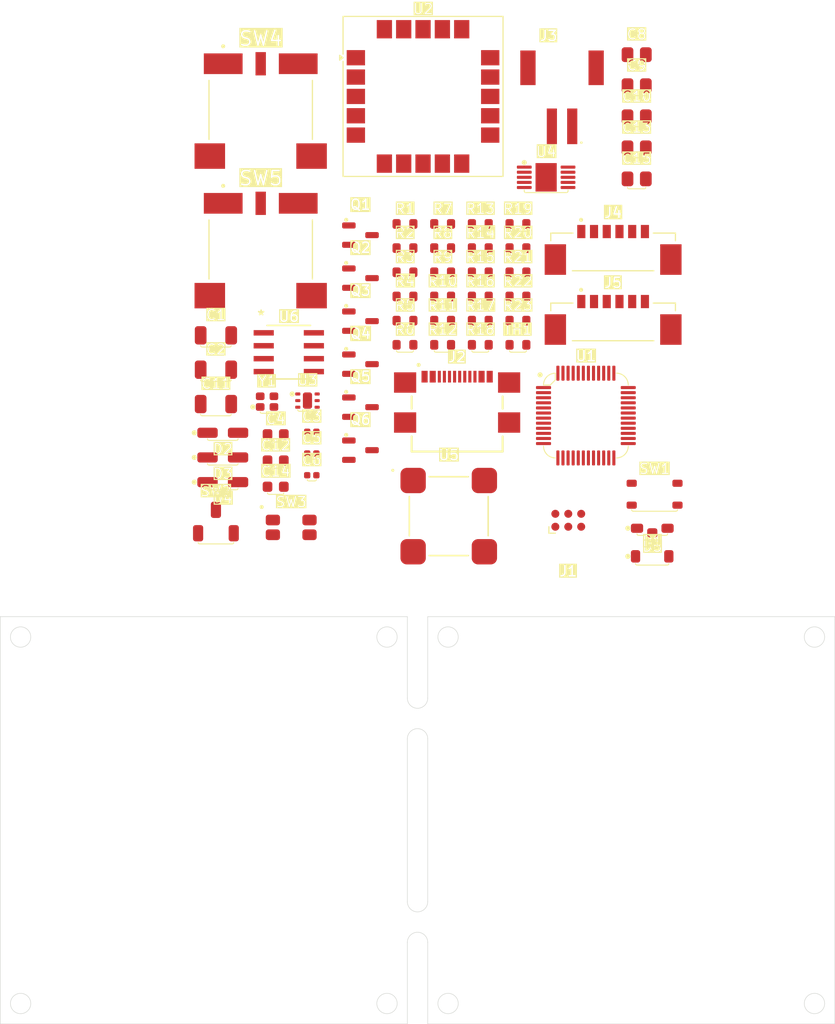
<source format=kicad_pcb>
(kicad_pcb (version 20240108) (generator "pcbnew") (generator_version "8.0")
  (layers (0 "F.Cu" signal) (1 "In1.Cu" signal) (2 "In2.Cu" signal) (31 "B.Cu" signal) (34 "B.Paste" user) (35 "F.Paste" user) (36 "B.SilkS" user "B.Silkscreen") (37 "F.SilkS" user "F.Silkscreen") (38 "B.Mask" user) (39 "F.Mask" user) (44 "Edge.Cuts" user))
  (net 0 "")
  (net 1 "BAT+")
  (net 2 "GND")
  (net 3 "/BUZZ-")
  (net 4 "+3V3")
  (net 5 "NRST")
  (net 6 "/OSC-IN")
  (net 7 "/OSC-OUT")
  (net 8 "/REG_I")
  (net 9 "BUTTON")
  (net 10 "VBUS")
  (net 11 "/CH-TIMER")
  (net 12 "MODE")
  (net 13 "/CHRG_RES")
  (net 14 "/CHRG_QO")
  (net 15 "/FAULT_QO")
  (net 16 "/FAULT_RES")
  (net 17 "/PG_QO")
  (net 18 "/PG_RES")
  (net 19 "/STATR_RES")
  (net 20 "/STATG_RES")
  (net 21 "/SWDCLK")
  (net 22 "/SWDIO")
  (net 31 "/BUZZ-QB")
  (net 32 "/STATG_QI")
  (net 33 "/STATG_QG")
  (net 34 "/STATR_QI")
  (net 35 "/STATR_QG")
  (net 36 "/PG_QG")
  (net 37 "/FAULT_QG")
  (net 38 "/CHRG_QG")
  (net 39 "/BOOT0_RES")
  (net 40 "/BOOT0")
  (net 41 "BUZZER")
  (net 42 "/ACT-H")
  (net 43 "/CH-PROG")
  (net 44 "/CH-TH-DIV")
  (net 45 "I2C-SCL")
  (net 46 "I2C-SDA")
  (net 47 "/MODE-H")
  (net 48 "STATG")
  (net 49 "STATR")
  (net 50 "PG")
  (net 51 "N-FAULT")
  (net 52 "N-CHRG")
  (net 64 "GNSS-RX")
  (net 67 "GNSS-TIMEPULSE")
  (net 68 "EEPROM-N-WC")
  (net 69 "GNSS-TX")
  (net 73 "GNSS-N-RESET")
  (net 105 "/GNSS-ST-RX")
  (net 106 "/GNSS-ST-TIMEPULSE")
  (net 107 "/GNSS-ST-TX")
  (net 108 "/GNSS-ST-N-RESET")
  (net 109 "GNSS-3V3")
  (net 112 "GNSS-GND")
  (footprint "MB-Generic:C1206_medium" (layer "F.Cu") (at 91.19 69.115)
    (property "Reference" "C11" (at 0 -2 0) (layer "F.SilkS" knockout) (effects (font (thickness 0.1))))
    (property "Value" "4.7uF")
    (pad "1" smd roundrect (at -1.5 0) (size 1.15 1.8) (layers "F.Cu" "F.Paste" "F.Mask") (net 10 "VBUS"))
    (pad "2" smd roundrect (at 1.5 0) (size 1.15 1.8) (layers "F.Cu" "F.Paste" "F.Mask") (net 2 "GND"))
  )
  (footprint "MB-Generic:R0603_medium" (layer "F.Cu") (at 117.165 51.42)
    (property "Reference" "R13" (at 0 -1.5 0) (layer "F.SilkS" knockout) (effects (font (thickness 0.1))))
    (property "Value" "10k")
    (pad "1" smd roundrect (at -0.825 0) (size 0.8 0.95) (layers "F.Cu" "F.Paste" "F.Mask") (net 47 "/MODE-H"))
    (pad "2" smd roundrect (at 0.825 0) (size 0.8 0.95) (layers "F.Cu" "F.Paste" "F.Mask") (net 12 "MODE"))
  )
  (footprint "MB-Crystal:CS06465-32M" (layer "F.Cu") (at 96.215 68.875)
    (property "Reference" "Y1" (at 0 -2 0) (layer "F.SilkS" knockout) (effects (font (thickness 0.1))))
    (property "Value" "CS06465-32M")
    (pad "1" smd roundrect (at -0.675 0.525) (size 0.85 0.75) (layers "F.Cu" "F.Paste" "F.Mask") (net 6 "/OSC-IN"))
    (pad "2" smd roundrect (at 0.675 0.525) (size 0.85 0.75) (layers "F.Cu" "F.Paste" "F.Mask") (net 2 "GND"))
    (pad "3" smd roundrect (at 0.675 -0.525) (size 0.85 0.75) (layers "F.Cu" "F.Paste" "F.Mask") (net 7 "/OSC-OUT"))
    (pad "4" smd roundrect (at -0.675 -0.525) (size 0.85 0.75) (layers "F.Cu" "F.Paste" "F.Mask") (net 2 "GND"))
  )
  (footprint "MB-Conn:GCT_USB4110GFA" (layer "F.Cu") (at 114.89 67.5)
    (property "Reference" "J2" (at 0 -3 0) (layer "F.SilkS" knockout))
    (property "Value" "USB4110GFA")
    (pad "" np_thru_hole circle (at -2.89 0) (size 0.65 0.65) (drill 0.65) (layers "*.Cu" "*.Mask"))
    (pad "" np_thru_hole circle (at 2.89 0) (size 0.65 0.65) (drill 0.65) (layers "*.Cu" "*.Mask"))
    (pad "A1/B12" smd rect (at -3.2 -1.075) (size 0.6 1.15) (layers "F.Cu" "F.Paste" "F.Mask") (net 2 "GND"))
    (pad "A4/B9" smd rect (at -2.4 -1.075) (size 0.6 1.15) (layers "F.Cu" "F.Paste" "F.Mask") (net 10 "VBUS"))
    (pad "A5" smd rect (at -1.25 -1.075) (size 0.3 1.15) (layers "F.Cu" "F.Paste" "F.Mask"))
    (pad "A6" smd rect (at -0.25 -1.075) (size 0.3 1.15) (layers "F.Cu" "F.Paste" "F.Mask"))
    (pad "A7" smd rect (at 0.25 -1.075) (size 0.3 1.15) (layers "F.Cu" "F.Paste" "F.Mask"))
    (pad "A8" smd rect (at 1.25 -1.075) (size 0.3 1.15) (layers "F.Cu" "F.Paste" "F.Mask"))
    (pad "B1/A12" smd rect (at 3.2 -1.075) (size 0.6 1.15) (layers "F.Cu" "F.Paste" "F.Mask") (net 2 "GND"))
    (pad "B4/A9" smd rect (at 2.4 -1.075) (size 0.6 1.15) (layers "F.Cu" "F.Paste" "F.Mask") (net 10 "VBUS"))
    (pad "B5" smd rect (at 1.75 -1.075) (size 0.3 1.15) (layers "F.Cu" "F.Paste" "F.Mask"))
    (pad "B6" smd rect (at 0.75 -1.075) (size 0.3 1.15) (layers "F.Cu" "F.Paste" "F.Mask"))
    (pad "B7" smd rect (at -0.75 -1.075) (size 0.3 1.15) (layers "F.Cu" "F.Paste" "F.Mask"))
    (pad "B8" smd rect (at -1.75 -1.075) (size 0.3 1.15) (layers "F.Cu" "F.Paste" "F.Mask"))
    (pad "S1" smd rect (at -5.11 -0.5) (size 2.18 2) (layers "F.Cu" "F.Paste" "F.Mask") (net 2 "GND"))
    (pad "S2" smd rect (at 5.11 -0.5) (size 2.18 2) (layers "F.Cu" "F.Paste" "F.Mask") (net 2 "GND"))
    (pad "S3" smd rect (at -5.11 3.43) (size 2.18 2) (layers "F.Cu" "F.Paste" "F.Mask") (net 2 "GND"))
    (pad "S4" smd rect (at 5.11 3.43) (size 2.18 2) (layers "F.Cu" "F.Paste" "F.Mask") (net 2 "GND"))
  )
  (footprint "MB-SOT:SOT-23-3" (layer "F.Cu") (at 105.39 65.195)
    (property "Reference" "Q4" (at 0 -3 0) (layer "F.SilkS" knockout))
    (property "Value" "DMP2004K-7")
    (pad "1" smd roundrect (at -1.1375 -0.95) (size 1.325 0.6) (layers "F.Cu" "F.Paste" "F.Mask") (net 4 "+3V3"))
    (pad "2" smd roundrect (at -1.1375 0.95) (size 1.325 0.6) (layers "F.Cu" "F.Paste" "F.Mask") (net 36 "/PG_QG"))
    (pad "3" smd roundrect (at 1.1375 0) (size 1.325 0.6) (layers "F.Cu" "F.Paste" "F.Mask") (net 17 "/PG_QO"))
  )
  (footprint "MB-SOT:SOT-23-3" (layer "F.Cu") (at 105.39 60.97)
    (property "Reference" "Q3" (at 0 -3 0) (layer "F.SilkS" knockout))
    (property "Value" "DMN3731U-7")
    (pad "1" smd roundrect (at -1.1375 -0.95) (size 1.325 0.6) (layers "F.Cu" "F.Paste" "F.Mask") (net 34 "/STATR_QI"))
    (pad "2" smd roundrect (at -1.1375 0.95) (size 1.325 0.6) (layers "F.Cu" "F.Paste" "F.Mask") (net 35 "/STATR_QG"))
    (pad "3" smd roundrect (at 1.1375 0) (size 1.325 0.6) (layers "F.Cu" "F.Paste" "F.Mask") (net 2 "GND"))
  )
  (footprint "MB-Generic:R0603_medium" (layer "F.Cu") (at 113.465 60.92)
    (property "Reference" "R11" (at 0 -1.5 0) (layer "F.SilkS" knockout) (effects (font (thickness 0.1))))
    (property "Value" "4.7k")
    (pad "1" smd roundrect (at -0.825 0) (size 0.8 0.95) (layers "F.Cu" "F.Paste" "F.Mask") (net 45 "I2C-SCL"))
    (pad "2" smd roundrect (at 0.825 0) (size 0.8 0.95) (layers "F.Cu" "F.Paste" "F.Mask") (net 4 "+3V3"))
  )
  (footprint "MB-Generic:R0603_medium" (layer "F.Cu") (at 120.865 60.92)
    (property "Reference" "R23" (at 0 -1.5 0) (layer "F.SilkS" knockout) (effects (font (thickness 0.1))))
    (property "Value" "1k")
    (pad "1" smd roundrect (at -0.825 0) (size 0.8 0.95) (layers "F.Cu" "F.Paste" "F.Mask") (net 52 "N-CHRG"))
    (pad "2" smd roundrect (at 0.825 0) (size 0.8 0.95) (layers "F.Cu" "F.Paste" "F.Mask") (net 38 "/CHRG_QG"))
  )
  (footprint "MB-Opto:Kingbright-APDA3020" (layer "F.Cu") (at 91.865 76.785)
    (property "Reference" "D4" (at 0 1.6 0) (layer "F.SilkS" knockout) (effects (font (thickness 0.1))))
    (property "Value" "LED")
    (pad "1" smd roundrect (at -1.5 0) (size 2 1) (layers "F.Cu" "F.Paste" "F.Mask") (net 18 "/PG_RES"))
    (pad "2" smd roundrect (at 1.5 0) (size 2 1) (layers "F.Cu" "F.Paste" "F.Mask") (net 17 "/PG_QO"))
  )
  (footprint "MB-Generic:R0603_medium" (layer "F.Cu") (at 113.465 58.545)
    (property "Reference" "R10" (at 0 -1.5 0) (layer "F.SilkS" knockout) (effects (font (thickness 0.1))))
    (property "Value" "10k")
    (pad "1" smd roundrect (at -0.825 0) (size 0.8 0.95) (layers "F.Cu" "F.Paste" "F.Mask") (net 36 "/PG_QG"))
    (pad "2" smd roundrect (at 0.825 0) (size 0.8 0.95) (layers "F.Cu" "F.Paste" "F.Mask") (net 4 "+3V3"))
  )
  (footprint "MB-Buzzer:ST-025BH_SOB" (layer "F.Cu") (at 114.0674 80.1248)
    (property "Reference" "U5" (at 0 -6 0) (layer "F.SilkS" knockout))
    (property "Value" "ST-025BH")
    (pad "1" smd roundrect (at -3.500001 -3.500001) (size 2.4892 2.4892) (layers "F.Cu" "F.Paste" "F.Mask") (net 4 "+3V3"))
    (pad "2" smd roundrect (at -3.500001 3.500001) (size 2.4892 2.4892) (layers "F.Cu" "F.Paste" "F.Mask") (net 3 "/BUZZ-"))
    (pad "3" smd roundrect (at 3.500001 3.500001) (size 2.4892 2.4892) (layers "F.Cu" "F.Paste" "F.Mask"))
    (pad "4" smd roundrect (at 3.500001 -3.500001) (size 2.4892 2.4892) (layers "F.Cu" "F.Paste" "F.Mask"))
  )
  (footprint "MB-Generic:C0805_medium" (layer "F.Cu") (at 132.53 34.795)
    (property "Reference" "C8" (at 0 -2 0) (layer "F.SilkS" knockout) (effects (font (thickness 0.1))))
    (property "Value" "1uF")
    (pad "1" smd roundrect (at -0.9 0) (size 1.15 1.45) (layers "F.Cu" "F.Paste" "F.Mask") (net 8 "/REG_I"))
    (pad "2" smd roundrect (at 0.9 0) (size 1.15 1.45) (layers "F.Cu" "F.Paste" "F.Mask") (net 2 "GND"))
  )
  (footprint "MB-Generic:C0603_medium" (layer "F.Cu") (at 97.06 72.085)
    (property "Reference" "C4" (at 0 -1.5 0) (layer "F.SilkS" knockout) (effects (font (thickness 0.1))))
    (property "Value" "0.1uF")
    (pad "1" smd roundrect (at -0.8 0) (size 0.95 1) (layers "F.Cu" "F.Paste" "F.Mask") (net 5 "NRST"))
    (pad "2" smd roundrect (at 0.8 0) (size 0.95 1) (layers "F.Cu" "F.Paste" "F.Mask") (net 2 "GND"))
  )
  (footprint "MB-Generic:R0603_medium" (layer "F.Cu") (at 113.465 63.295)
    (property "Reference" "R12" (at 0 -1.5 0) (layer "F.SilkS" knockout) (effects (font (thickness 0.1))))
    (property "Value" "4.7k")
    (pad "1" smd roundrect (at -0.825 0) (size 0.8 0.95) (layers "F.Cu" "F.Paste" "F.Mask") (net 46 "I2C-SDA"))
    (pad "2" smd roundrect (at 0.825 0) (size 0.8 0.95) (layers "F.Cu" "F.Paste" "F.Mask") (net 4 "+3V3"))
  )
  (footprint "MB-SOT:SOT-23-3" (layer "F.Cu") (at 105.39 56.745)
    (property "Reference" "Q2" (at 0 -3 0) (layer "F.SilkS" knockout))
    (property "Value" "DMN3731U-7")
    (pad "1" smd roundrect (at -1.1375 -0.95) (size 1.325 0.6) (layers "F.Cu" "F.Paste" "F.Mask") (net 32 "/STATG_QI"))
    (pad "2" smd roundrect (at -1.1375 0.95) (size 1.325 0.6) (layers "F.Cu" "F.Paste" "F.Mask") (net 33 "/STATG_QG"))
    (pad "3" smd roundrect (at 1.1375 0) (size 1.325 0.6) (layers "F.Cu" "F.Paste" "F.Mask") (net 2 "GND"))
  )
  (footprint "MB-Generic:R0603_medium" (layer "F.Cu") (at 117.165 63.295)
    (property "Reference" "R18" (at 0 -1.5 0) (layer "F.SilkS" knockout) (effects (font (thickness 0.1))))
    (property "Value" "1k")
    (pad "1" smd roundrect (at -0.825 0) (size 0.8 0.95) (layers "F.Cu" "F.Paste" "F.Mask") (net 49 "STATR"))
    (pad "2" smd roundrect (at 0.825 0) (size 0.8 0.95) (layers "F.Cu" "F.Paste" "F.Mask") (net 35 "/STATR_QG"))
  )
  (footprint "MB-Generic:R0603_medium" (layer "F.Cu") (at 109.765 63.295)
    (property "Reference" "R6" (at 0 -1.5 0) (layer "F.SilkS" knockout) (effects (font (thickness 0.1))))
    (property "Value" "4.12k")
    (pad "1" smd roundrect (at -0.825 0) (size 0.8 0.95) (layers "F.Cu" "F.Paste" "F.Mask") (net 44 "/CH-TH-DIV"))
    (pad "2" smd roundrect (at 0.825 0) (size 0.8 0.95) (layers "F.Cu" "F.Paste" "F.Mask") (net 10 "VBUS"))
  )
  (footprint "MB-Tab:mouse-bite-2mm-slot" (layer "F.Cu") (at 111 100 90)
    (property "Reference" "mouse-bite-2mm-slot" (hide yes))
    (property "Value" "VAL**" (hide yes))
    (pad "" np_thru_hole circle (at -0.75 -0.75 90) (size 0.5 0.5) (drill 0.5) (layers "*.Cu" "*.Mask"))
    (pad "" np_thru_hole circle (at -0.75 0.75 90) (size 0.5 0.5) (drill 0.5) (layers "*.Cu" "*.Mask"))
    (pad "" np_thru_hole circle (at 0 -0.75 90) (size 0.5 0.5) (drill 0.5) (layers "*.Cu" "*.Mask"))
    (pad "" np_thru_hole circle (at 0 0.75 90) (size 0.5 0.5) (drill 0.5) (layers "*.Cu" "*.Mask"))
    (pad "" np_thru_hole circle (at 0.75 -0.75 90) (size 0.5 0.5) (drill 0.5) (layers "*.Cu" "*.Mask"))
    (pad "" np_thru_hole circle (at 0.75 0.75 90) (size 0.5 0.5) (drill 0.5) (layers "*.Cu" "*.Mask"))
  )
  (footprint "MB-Conn:JST_S2B-PH-SM4-TB" (layer "F.Cu") (at 125.1985 41.8335)
    (property "Reference" "J3" (at -1.32682 -8.89729 0) (layer "F.SilkS" knockout) (effects (font (size 1.001386 1.001386))))
    (property "Value" "S2B-PH-SM4-TB")
    (pad "1" smd rect (at 1 0) (size 1 3.5) (layers "F.Cu" "F.Paste" "F.Mask") (net 2 "GND"))
    (pad "2" smd rect (at -1 0) (size 1 3.5) (layers "F.Cu" "F.Paste" "F.Mask") (net 1 "BAT+"))
    (pad "3" smd rect (at -3.35 -5.75) (size 1.5 3.4) (layers "F.Cu" "F.Paste" "F.Mask"))
    (pad "4" smd rect (at 3.35 -5.75) (size 1.5 3.4) (layers "F.Cu" "F.Paste" "F.Mask"))
  )
  (footprint "MB-Generic:C0402_medium" (layer "F.Cu") (at 100.61 71.835)
    (property "Reference" "C3" (at 0 -1.5 0) (layer "F.SilkS" knockout) (effects (font (thickness 0.1))))
    (property "Value" "10nF")
    (pad "1" smd roundrect (at -0.45 0) (size 0.62 0.62) (layers "F.Cu" "F.Paste" "F.Mask") (net 4 "+3V3"))
    (pad "2" smd roundrect (at 0.45 0) (size 0.62 0.62) (layers "F.Cu" "F.Paste" "F.Mask") (net 2 "GND"))
  )
  (footprint "MB-SW:SW_500ASSP1SM6QE" (layer "F.Cu") (at 95.59 40.22)
    (property "Reference" "SW4" (at 0 -7 0) (layer "F.SilkS" knockout) (effects (font (size 1.4 1.4))))
    (property "Value" "~")
    (pad "1" smd rect (at -3.685 -4.535) (size 3.81 2.03) (layers "F.Cu" "F.Paste" "F.Mask") (net 1 "BAT+"))
    (pad "2" smd rect (at 0 -4.535) (size 1.02 2.29) (layers "F.Cu" "F.Paste" "F.Mask") (net 8 "/REG_I"))
    (pad "3" smd rect (at 3.685 -4.535) (size 3.81 2.03) (layers "F.Cu" "F.Paste" "F.Mask"))
    (pad "4" smd rect (at -5 4.535) (size 3 2.5) (layers "F.Cu" "F.Paste" "F.Mask"))
    (pad "5" smd rect (at 5 4.535) (size 3 2.5) (layers "F.Cu" "F.Paste" "F.Mask"))
  )
  (footprint "MB-Conn:MOLEX_0533980671" (layer "F.Cu") (at 130.215 52.82)
    (property "Reference" "J4" (at 0 -2.5 0) (layer "F.SilkS" knockout))
    (property "Value" "0533980671")
    (pad "1" smd rect (at -3.125 -0.65) (size 0.8 1.3) (layers "F.Cu" "F.Paste" "F.Mask") (net 106 "/GNSS-ST-TIMEPULSE"))
    (pad "2" smd rect (at -1.875 -0.65) (size 0.8 1.3) (layers "F.Cu" "F.Paste" "F.Mask") (net 107 "/GNSS-ST-TX"))
    (pad "3" smd rect (at -0.625 -0.65) (size 0.8 1.3) (layers "F.Cu" "F.Paste" "F.Mask") (net 105 "/GNSS-ST-RX"))
    (pad "4" smd rect (at 0.625 -0.65) (size 0.8 1.3) (layers "F.Cu" "F.Paste" "F.Mask") (net 108 "/GNSS-ST-N-RESET"))
    (pad "5" smd rect (at 1.875 -0.65) (size 0.8 1.3) (layers "F.Cu" "F.Paste" "F.Mask") (net 4 "+3V3"))
    (pad "6" smd rect (at 3.125 -0.65) (size 0.8 1.3) (layers "F.Cu" "F.Paste" "F.Mask") (net 2 "GND"))
    (pad "S1" smd rect (at -5.675 2.1) (size 2.1 3) (layers "F.Cu" "F.Paste" "F.Mask"))
    (pad "S2" smd rect (at 5.675 2.1) (size 2.1 3) (layers "F.Cu" "F.Paste" "F.Mask"))
  )
  (footprint "MB-SOD:SOD-123-2" (layer "F.Cu") (at 134.055 84.075)
    (property "Reference" "D1" (at 0 -1.5 0) (layer "F.SilkS" knockout) (effects (font (thickness 0.1))))
    (property "Value" "D")
    (pad "1" smd roundrect (at -1.635 0) (size 0.91 1.22) (layers "F.Cu" "F.Paste" "F.Mask") (net 4 "+3V3"))
    (pad "2" smd roundrect (at 1.635 0) (size 0.91 1.22) (layers "F.Cu" "F.Paste" "F.Mask") (net 3 "/BUZZ-"))
  )
  (footprint "MB-Generic:R0603_medium" (layer "F.Cu") (at 117.165 58.545)
    (property "Reference" "R16" (at 0 -1.5 0) (layer "F.SilkS" knockout) (effects (font (thickness 0.1))))
    (property "Value" "47")
    (pad "1" smd roundrect (at -0.825 0) (size 0.8 0.95) (layers "F.Cu" "F.Paste" "F.Mask") (net 32 "/STATG_QI"))
    (pad "2" smd roundrect (at 0.825 0) (size 0.8 0.95) (layers "F.Cu" "F.Paste" "F.Mask") (net 20 "/STATG_RES"))
  )
  (footprint "MB-Generic:C0805_medium" (layer "F.Cu") (at 132.53 37.845)
    (property "Reference" "C9" (at 0 -2 0) (layer "F.SilkS" knockout) (effects (font (thickness 0.1))))
    (property "Value" "1uF")
    (pad "1" smd roundrect (at -0.9 0) (size 1.15 1.45) (layers "F.Cu" "F.Paste" "F.Mask") (net 4 "+3V3"))
    (pad "2" smd roundrect (at 0.9 0) (size 1.15 1.45) (layers "F.Cu" "F.Paste" "F.Mask") (net 2 "GND"))
  )
  (footprint "MB-Generic:C0805_medium" (layer "F.Cu") (at 132.53 43.945)
    (property "Reference" "C13" (at 0 -2 0) (layer "F.SilkS" knockout) (effects (font (thickness 0.1))))
    (property "Value" "1uF")
    (pad "1" smd roundrect (at -0.9 0) (size 1.15 1.45) (layers "F.Cu" "F.Paste" "F.Mask") (net 1 "BAT+"))
    (pad "2" smd roundrect (at 0.9 0) (size 1.15 1.45) (layers "F.Cu" "F.Paste" "F.Mask") (net 2 "GND"))
  )
  (footprint "MB-Opto:Kingbright-APDA3020" (layer "F.Cu") (at 91.865 74.36)
    (property "Reference" "D3" (at 0 1.6 0) (layer "F.SilkS" knockout) (effects (font (thickness 0.1))))
    (property "Value" "LED")
    (pad "1" smd roundrect (at -1.5 0) (size 2 1) (layers "F.Cu" "F.Paste" "F.Mask") (net 16 "/FAULT_RES"))
    (pad "2" smd roundrect (at 1.5 0) (size 2 1) (layers "F.Cu" "F.Paste" "F.Mask") (net 15 "/FAULT_QO"))
  )
  (footprint "MB-Generic:C0603_medium" (layer "F.Cu") (at 97.06 77.235)
    (property "Reference" "C14" (at 0 -1.5 0) (layer "F.SilkS" knockout) (effects (font (thickness 0.1))))
    (property "Value" "0.1uF")
    (pad "1" smd roundrect (at -0.8 0) (size 0.95 1) (layers "F.Cu" "F.Paste" "F.Mask") (net 4 "+3V3"))
    (pad "2" smd roundrect (at 0.8 0) (size 0.95 1) (layers "F.Cu" "F.Paste" "F.Mask") (net 2 "GND"))
  )
  (footprint "MB-Generic:R0603_medium" (layer "F.Cu") (at 109.765 51.42)
    (property "Reference" "R1" (at 0 -1.5 0) (layer "F.SilkS" knockout) (effects (font (thickness 0.1))))
    (property "Value" "10k")
    (pad "1" smd roundrect (at -0.825 0) (size 0.8 0.95) (layers "F.Cu" "F.Paste" "F.Mask") (net 39 "/BOOT0_RES"))
    (pad "2" smd roundrect (at 0.825 0) (size 0.8 0.95) (layers "F.Cu" "F.Paste" "F.Mask") (net 40 "/BOOT0"))
  )
  (footprint "MB-Generic:R0603_medium" (layer "F.Cu") (at 117.165 56.17)
    (property "Reference" "R15" (at 0 -1.5 0) (layer "F.SilkS" knockout) (effects (font (thickness 0.1))))
    (property "Value" "47")
    (pad "1" smd roundrect (at -0.825 0) (size 0.8 0.95) (layers "F.Cu" "F.Paste" "F.Mask") (net 19 "/STATR_RES"))
    (pad "2" smd roundrect (at 0.825 0) (size 0.8 0.95) (layers "F.Cu" "F.Paste" "F.Mask") (net 34 "/STATR_QI"))
  )
  (footprint "MB-Generic:R0603_medium" (layer "F.Cu") (at 113.465 51.42)
    (property "Reference" "R7" (at 0 -1.5 0) (layer "F.SilkS" knockout) (effects (font (thickness 0.1))))
    (property "Value" "127")
    (pad "1" smd roundrect (at -0.825 0) (size 0.8 0.95) (layers "F.Cu" "F.Paste" "F.Mask") (net 2 "GND"))
    (pad "2" smd roundrect (at 0.825 0) (size 0.8 0.95) (layers "F.Cu" "F.Paste" "F.Mask") (net 13 "/CHRG_RES"))
  )
  (footprint "MB-SW:TL1016AAF160QG" (layer "F.Cu") (at 98.585 81.23)
    (property "Reference" "SW3" (at 0 -2.5 0) (layer "F.SilkS" knockout) (effects (font (thickness 0.1))))
    (property "Value" "~")
    (pad "1" smd roundrect (at -1.8 -0.725) (size 1.4 1.05) (layers "F.Cu" "F.Paste" "F.Mask") (net 42 "/ACT-H"))
    (pad "2" smd roundrect (at 1.8 -0.725) (size 1.4 1.05) (layers "F.Cu" "F.Paste" "F.Mask"))
    (pad "3" smd roundrect (at -1.8 0.725) (size 1.4 1.05) (layers "F.Cu" "F.Paste" "F.Mask") (net 2 "GND"))
    (pad "4" smd roundrect (at 1.8 0.725) (size 1.4 1.05) (layers "F.Cu" "F.Paste" "F.Mask"))
  )
  (footprint "MB-SW:PTS815SJM250SMTRLFS" (layer "F.Cu") (at 134.29 77.97)
    (property "Reference" "SW1" (at 0 -2.5 0) (layer "F.SilkS" knockout) (effects (font (thickness 0.1))))
    (property "Value" "~")
    (pad "1" smd roundrect (at -2.25 -1.075) (size 1 0.7) (layers "F.Cu" "F.Paste" "F.Mask"))
    (pad "2" smd roundrect (at 2.25 -1.075) (size 1 0.7) (layers "F.Cu" "F.Paste" "F.Mask") (net 2 "GND"))
    (pad "3" smd roundrect (at -2.25 1.075) (size 1 0.7) (layers "F.Cu" "F.Paste" "F.Mask"))
    (pad "4" smd roundrect (at 2.25 1.075) (size 1 0.7) (layers "F.Cu" "F.Paste" "F.Mask") (net 5 "NRST"))
  )
  (footprint "MB-DFN:6-WDFN" (layer "F.Cu") (at 100.185 68.775)
    (property "Reference" "U3" (at 0 -2 0) (layer "F.SilkS" knockout) (effects (font (thickness 0.1))))
    (property "Value" "TPS745")
    (pad "1" smd roundrect (at -0.95 -0.65) (size 0.5 0.3) (layers "F.Cu" "F.Paste" "F.Mask") (net 4 "+3V3"))
    (pad "2" smd roundrect (at -0.95 0) (size 0.5 0.3) (layers "F.Cu" "F.Paste" "F.Mask"))
    (pad "3" smd roundrect (at -0.95 0.65) (size 0.5 0.3) (layers "F.Cu" "F.Paste" "F.Mask") (net 2 "GND"))
    (pad "4" smd roundrect (at 0.95 0.65) (size 0.5 0.3) (layers "F.Cu" "F.Paste" "F.Mask") (net 8 "/REG_I"))
    (pad "5" smd roundrect (at 0.95 0) (size 0.5 0.3) (layers "F.Cu" "F.Paste" "F.Mask") (net 50 "PG"))
    (pad "6" smd roundrect (at 0.95 -0.65) (size 0.5 0.3) (layers "F.Cu" "F.Paste" "F.Mask") (net 8 "/REG_I"))
    (pad "7" smd roundrect (at 0 0) (size 0.9 1.6) (layers "F.Cu" "F.Paste" "F.Mask") (net 2 "GND"))
  )
  (footprint "MB-Generic:R0603_medium" (layer "F.Cu") (at 120.865 56.17)
    (property "Reference" "R21" (at 0 -1.5 0) (layer "F.SilkS" knockout) (effects (font (thickness 0.1))))
    (property "Value" "10k")
    (pad "1" smd roundrect (at -0.825 0) (size 0.8 0.95) (layers "F.Cu" "F.Paste" "F.Mask") (net 38 "/CHRG_QG"))
    (pad "2" smd roundrect (at 0.825 0) (size 0.8 0.95) (layers "F.Cu" "F.Paste" "F.Mask") (net 10 "VBUS"))
  )
  (footprint "MB-Generic:R0603_medium" (layer "F.Cu") (at 120.865 63.295)
    (property "Reference" "TH1" (at 0 -1.5 0) (layer "F.SilkS" knockout) (effects (font (thickness 0.1))))
    (property "Value" "10K")
    (pad "1" smd roundrect (at -0.825 0) (size 0.8 0.95) (layers "F.Cu" "F.Paste" "F.Mask") (net 44 "/CH-TH-DIV"))
    (pad "2" smd roundrect (at 0.825 0) (size 0.8 0.95) (layers "F.Cu" "F.Paste" "F.Mask") (net 2 "GND"))
  )
  (footprint "MB-Generic:C1206_medium" (layer "F.Cu") (at 91.19 62.365)
    (property "Reference" "C1" (at 0 -2 0) (layer "F.SilkS" knockout) (effects (font (thickness 0.1))))
    (property "Value" "4.7uF")
    (pad "1" smd roundrect (at -1.5 0) (size 1.15 1.8) (layers "F.Cu" "F.Paste" "F.Mask") (net 4 "+3V3"))
    (pad "2" smd roundrect (at 1.5 0) (size 1.15 1.8) (layers "F.Cu" "F.Paste" "F.Mask") (net 2 "GND"))
  )
  (footprint "MB-Generic:C0402_medium" (layer "F.Cu") (at 100.61 76.105)
    (property "Reference" "C6" (at 0 -1.5 0) (layer "F.SilkS" knockout) (effects (font (thickness 0.1))))
    (property "Value" "10pF")
    (pad "1" smd roundrect (at -0.45 0) (size 0.62 0.62) (layers "F.Cu" "F.Paste" "F.Mask") (net 7 "/OSC-OUT"))
    (pad "2" smd roundrect (at 0.45 0) (size 0.62 0.62) (layers "F.Cu" "F.Paste" "F.Mask") (net 2 "GND"))
  )
  (footprint "MB-Generic:C1206_medium" (layer "F.Cu") (at 91.19 65.74)
    (property "Reference" "C2" (at 0 -2 0) (layer "F.SilkS" knockout) (effects (font (thickness 0.1))))
    (property "Value" "4.7uF")
    (pad "1" smd roundrect (at -1.5 0) (size 1.15 1.8) (layers "F.Cu" "F.Paste" "F.Mask") (net 4 "+3V3"))
    (pad "2" smd roundrect (at 1.5 0) (size 1.15 1.8) (layers "F.Cu" "F.Paste" "F.Mask") (net 2 "GND"))
  )
  (footprint "MB-Generic:R0603_medium" (layer "F.Cu") (at 109.765 56.17)
    (property "Reference" "R3" (at 0 -1.5 0) (layer "F.SilkS" knockout) (effects (font (thickness 0.1))))
    (property "Value" "1k")
    (pad "1" smd roundrect (at -0.825 0) (size 0.8 0.95) (layers "F.Cu" "F.Paste" "F.Mask") (net 42 "/ACT-H"))
    (pad "2" smd roundrect (at 0.825 0) (size 0.8 0.95) (layers "F.Cu" "F.Paste" "F.Mask") (net 4 "+3V3"))
  )
  (footprint "MB-MSOP:10-MSOP-TE" (layer "F.Cu") (at 123.635 46.84)
    (property "Reference" "U4" (at 0 -2.5 0) (layer "F.SilkS" knockout) (effects (font (thickness 0.1))))
    (property "Value" "LTC1733")
    (pad "1" smd roundrect (at -2.15 -1) (size 1.45 0.3) (layers "F.Cu" "F.Paste" "F.Mask") (net 52 "N-CHRG"))
    (pad "2" smd roundrect (at -2.15 -0.5) (size 1.45 0.3) (layers "F.Cu" "F.Paste" "F.Mask") (net 10 "VBUS"))
    (pad "3" smd roundrect (at -2.15 0) (size 1.45 0.3) (layers "F.Cu" "F.Paste" "F.Mask") (net 51 "N-FAULT"))
    (pad "4" smd roundrect (at -2.15 0.5) (size 1.45 0.3) (layers "F.Cu" "F.Paste" "F.Mask") (net 11 "/CH-TIMER"))
    (pad "5" smd roundrect (at -2.15 1) (size 1.45 0.3) (layers "F.Cu" "F.Paste" "F.Mask") (net 2 "GND"))
    (pad "6" smd roundrect (at 2.15 1) (size 1.45 0.3) (layers "F.Cu" "F.Paste" "F.Mask") (net 44 "/CH-TH-DIV"))
    (pad "7" smd roundrect (at 2.15 0.5) (size 1.45 0.3) (layers "F.Cu" "F.Paste" "F.Mask") (net 43 "/CH-PROG"))
    (pad "8" smd roundrect (at 2.15 0) (size 1.45 0.3) (layers "F.Cu" "F.Paste" "F.Mask") (net 10 "VBUS"))
    (pad "9" smd roundrect (at 2.15 -0.5) (size 1.45 0.3) (layers "F.Cu" "F.Paste" "F.Mask") (net 1 "BAT+"))
    (pad "10" smd roundrect (at 2.15 -1) (size 1.45 0.3) (layers "F.Cu" "F.Paste" "F.Mask"))
    (pad "11" smd rect (at 0 0) (size 2.083 2.794) (property pad_prop_heatsink) (layers "F.Cu") (net 2 "GND"))
  )
  (footprint "MB-SOT:SOT-23-3" (layer "F.Cu") (at 105.39 52.52)
    (property "Reference" "Q1" (at 0 -3 0) (layer "F.SilkS" knockout))
    (property "Value" "3904")
    (pad "1" smd roundrect (at -1.1375 -0.95) (size 1.325 0.6) (layers "F.Cu" "F.Paste" "F.Mask") (net 31 "/BUZZ-QB"))
    (pad "2" smd roundrect (at -1.1375 0.95) (size 1.325 0.6) (layers "F.Cu" "F.Paste" "F.Mask") (net 2 "GND"))
    (pad "3" smd roundrect (at 1.1375 0) (size 1.325 0.6) (layers "F.Cu" "F.Paste" "F.Mask") (net 3 "/BUZZ-"))
  )
  (footprint "MB-Generic:C0402_medium" (layer "F.Cu") (at 100.61 73.97)
    (property "Reference" "C5" (at 0 -1.5 0) (layer "F.SilkS" knockout) (effects (font (thickness 0.1))))
    (property "Value" "10pF")
    (pad "1" smd roundrect (at -0.45 0) (size 0.62 0.62) (layers "F.Cu" "F.Paste" "F.Mask") (net 6 "/OSC-IN"))
    (pad "2" smd roundrect (at 0.45 0) (size 0.62 0.62) (layers "F.Cu" "F.Paste" "F.Mask") (net 2 "GND"))
  )
  (footprint "MB-SOT:SOT-23-3" (layer "F.Cu") (at 105.39 73.645)
    (property "Reference" "Q6" (at 0 -3 0) (layer "F.SilkS" knockout))
    (property "Value" "DMP2004K-7")
    (pad "1" smd roundrect (at -1.1375 -0.95) (size 1.325 0.6) (layers "F.Cu" "F.Paste" "F.Mask") (net 10 "VBUS"))
    (pad "2" smd roundrect (at -1.1375 0.95) (size 1.325 0.6) (layers "F.Cu" "F.Paste" "F.Mask") (net 38 "/CHRG_QG"))
    (pad "3" smd roundrect (at 1.1375 0) (size 1.325 0.6) (layers "F.Cu" "F.Paste" "F.Mask") (net 14 "/CHRG_QO"))
  )
  (footprint "MB-SOT:SOT-23-3" (layer "F.Cu") (at 105.39 69.42)
    (property "Reference" "Q5" (at 0 -3 0) (layer "F.SilkS" knockout))
    (property "Value" "DMP2004K-7")
    (pad "1" smd roundrect (at -1.1375 -0.95) (size 1.325 0.6) (layers "F.Cu" "F.Paste" "F.Mask") (net 10 "VBUS"))
    (pad "2" smd roundrect (at -1.1375 0.95) (size 1.325 0.6) (layers "F.Cu" "F.Paste" "F.Mask") (net 37 "/FAULT_QG"))
    (pad "3" smd roundrect (at 1.1375 0) (size 1.325 0.6) (layers "F.Cu" "F.Paste" "F.Mask") (net 15 "/FAULT_QO"))
  )
  (footprint "MB-Generic:R0603_medium" (layer "F.Cu") (at 109.765 60.92)
    (property "Reference" "R5" (at 0 -1.5 0) (layer "F.SilkS" knockout) (effects (font (thickness 0.1))))
    (property "Value" "1.5k")
    (pad "1" smd roundrect (at -0.825 0) (size 0.8 0.95) (layers "F.Cu" "F.Paste" "F.Mask") (net 2 "GND"))
    (pad "2" smd roundrect (at 0.825 0) (size 0.8 0.95) (layers "F.Cu" "F.Paste" "F.Mask") (net 43 "/CH-PROG"))
  )
  (footprint "MB-Conn:Tag-Connect_TC2030-IDC-FP_2x03_P1.27mm_Vertical" (layer "F.Cu") (at 125.81 80.53)
    (property "Reference" "J1" (at 0 5 0) (layer "F.SilkS" knockout))
    (property "Value" "Conn_ARM_SWD_TagConnect_TC2030")
    (pad "" np_thru_hole circle (at -2.54 -2.54) (size 2.3749 2.3749) (drill 2.3749) (layers "*.Cu" "*.Mask"))
    (pad "" np_thru_hole circle (at -2.54 0) (size 0.9906 0.9906) (drill 0.9906) (layers "*.Cu" "*.Mask"))
    (pad "" np_thru_hole circle (at -2.54 2.54) (size 2.3749 2.3749) (drill 2.3749) (layers "*.Cu" "*.Mask"))
    (pad "" np_thru_hole circle (at 0.635 -2.54) (size 2.3749 2.3749) (drill 2.3749) (layers "*.Cu" "*.Mask"))
    (pad "" np_thru_hole circle (at 0.635 2.54) (size 2.3749 2.3749) (drill 2.3749) (layers "*.Cu" "*.Mask"))
    (pad "" np_thru_hole circle (at 2.54 -1.016) (size 0.9906 0.9906) (drill 0.9906) (layers "*.Cu" "*.Mask"))
    (pad "" np_thru_hole circle (at 2.54 1.016) (size 0.9906 0.9906) (drill 0.9906) (layers "*.Cu" "*.Mask"))
    (pad "1" connect circle (at -1.27 0.635) (size 0.7874 0.7874) (layers "F.Cu" "F.Mask") (net 4 "+3V3"))
    (pad "2" connect circle (at -1.27 -0.635) (size 0.7874 0.7874) (layers "F.Cu" "F.Mask") (net 22 "/SWDIO"))
    (pad "3" connect circle (at 0 0.635) (size 0.7874 0.7874) (layers "F.Cu" "F.Mask") (net 5 "NRST"))
    (pad "4" connect circle (at 0 -0.635) (size 0.7874 0.7874) (layers "F.Cu" "F.Mask") (net 21 "/SWDCLK"))
    (pad "5" connect circle (at 1.27 0.635) (size 0.7874 0.7874) (layers "F.Cu" "F.Mask") (net 2 "GND"))
    (pad "6" connect circle (at 1.27 -0.635) (size 0.7874 0.7874) (layers "F.Cu" "F.Mask"))
  )
  (footprint "MB-SOIC:SO-8_STM" (layer "F.Cu") (at 98.3496 64.0221)
    (property "Reference" "U6" (at 0 -3.5 0) (layer "F.SilkS" knockout))
    (property "Value" "M24C02-WMN6TP")
    (fp_text user "*" (at -2.7178 -3.5814 0) (layer "F.SilkS"))
    (fp_text user "*" (at -2.7178 -3.5814 0) (layer "F.SilkS"))
    (pad "1" smd rect (at -2.4638 -1.905) (size 1.9812 0.5334) (layers "F.Cu" "F.Paste" "F.Mask") (net 2 "GND"))
    (pad "2" smd rect (at -2.4638 -0.635) (size 1.9812 0.5334) (layers "F.Cu" "F.Paste" "F.Mask") (net 2 "GND"))
    (pad "3" smd rect (at -2.4638 0.635) (size 1.9812 0.5334) (layers "F.Cu" "F.Paste" "F.Mask") (net 2 "GND"))
    (pad "4" smd rect (at -2.4638 1.905) (size 1.9812 0.5334) (layers "F.Cu" "F.Paste" "F.Mask") (net 2 "GND"))
    (pad "5" smd rect (at 2.4638 1.905) (size 1.9812 0.5334) (layers "F.Cu" "F.Paste" "F.Mask") (net 46 "I2C-SDA"))
    (pad "6" smd rect (at 2.4638 0.635) (size 1.9812 0.5334) (layers "F.Cu" "F.Paste" "F.Mask") (net 45 "I2C-SCL"))
    (pad "7" smd rect (at 2.4638 -0.635) (size 1.9812 0.5334) (layers "F.Cu" "F.Paste" "F.Mask") (net 68 "EEPROM-N-WC"))
    (pad "8" smd rect (at 2.4638 -1.905) (size 1.9812 0.5334) (layers "F.Cu" "F.Paste" "F.Mask") (net 4 "+3V3"))
  )
  (footprint "MB-Generic:R0603_medium" (layer "F.Cu") (at 113.465 56.17)
    (property "Reference" "R9" (at 0 -1.5 0) (layer "F.SilkS" knockout) (effects (font (thickness 0.1))))
    (property "Value" "51")
    (pad "1" smd roundrect (at -0.825 0) (size 0.8 0.95) (layers "F.Cu" "F.Paste" "F.Mask") (net 2 "GND"))
    (pad "2" smd roundrect (at 0.825 0) (size 0.8 0.95) (layers "F.Cu" "F.Paste" "F.Mask") (net 18 "/PG_RES"))
  )
  (footprint "MB-Conn:MOLEX_0533980671" (layer "F.Cu") (at 130.215 59.695)
    (property "Reference" "J5" (at 0 -2.5 0) (layer "F.SilkS" knockout))
    (property "Value" "0533980671")
    (pad "1" smd rect (at -3.125 -0.65) (size 0.8 1.3) (layers "F.Cu" "F.Paste" "F.Mask") (net 67 "GNSS-TIMEPULSE"))
    (pad "2" smd rect (at -1.875 -0.65) (size 0.8 1.3) (layers "F.Cu" "F.Paste" "F.Mask") (net 69 "GNSS-TX"))
    (pad "3" smd rect (at -0.625 -0.65) (size 0.8 1.3) (layers "F.Cu" "F.Paste" "F.Mask") (net 64 "GNSS-RX"))
    (pad "4" smd rect (at 0.625 -0.65) (size 0.8 1.3) (layers "F.Cu" "F.Paste" "F.Mask") (net 73 "GNSS-N-RESET"))
    (pad "5" smd rect (at 1.875 -0.65) (size 0.8 1.3) (layers "F.Cu" "F.Paste" "F.Mask") (net 109 "GNSS-3V3"))
    (pad "6" smd rect (at 3.125 -0.65) (size 0.8 1.3) (layers "F.Cu" "F.Paste" "F.Mask") (net 112 "GNSS-GND"))
    (pad "S1" smd rect (at -5.675 2.1) (size 2.1 3) (layers "F.Cu" "F.Paste" "F.Mask"))
    (pad "S2" smd rect (at 5.675 2.1) (size 2.1 3) (layers "F.Cu" "F.Paste" "F.Mask"))
  )
  (footprint "MB-Generic:R0603_medium" (layer "F.Cu") (at 117.165 60.92)
    (property "Reference" "R17" (at 0 -1.5 0) (layer "F.SilkS" knockout) (effects (font (thickness 0.1))))
    (property "Value" "1k")
    (pad "1" smd roundrect (at -0.825 0) (size 0.8 0.95) (layers "F.Cu" "F.Paste" "F.Mask") (net 33 "/STATG_QG"))
    (pad "2" smd roundrect (at 0.825 0) (size 0.8 0.95) (layers "F.Cu" "F.Paste" "F.Mask") (net 48 "STATG"))
  )
  (footprint "MB-Generic:C0805_medium" (layer "F.Cu") (at 132.53 46.995)
    (property "Reference" "C15" (at 0 -2 0) (layer "F.SilkS" knockout) (effects (font (thickness 0.1))))
    (property "Value" "1uF")
    (pad "1" smd roundrect (at -0.9 0) (size 1.15 1.45) (layers "F.Cu" "F.Paste" "F.Mask") (net 12 "MODE"))
    (pad "2" smd roundrect (at 0.9 0) (size 1.15 1.45) (layers "F.Cu" "F.Paste" "F.Mask") (net 2 "GND"))
  )
  (footprint "MB-Generic:R0603_medium" (layer "F.Cu") (at 117.165 53.795)
    (property "Reference" "R14" (at 0 -1.5 0) (layer "F.SilkS" knockout) (effects (font (thickness 0.1))))
    (property "Value" "1k")
    (pad "1" smd roundrect (at -0.825 0) (size 0.8 0.95) (layers "F.Cu" "F.Paste" "F.Mask") (net 47 "/MODE-H"))
    (pad "2" smd roundrect (at 0.825 0) (size 0.8 0.95) (layers "F.Cu" "F.Paste" "F.Mask") (net 4 "+3V3"))
  )
  (footprint "MB-SW:CJS-1200TA" (layer "F.Cu") (at 91.19 80.655)
    (property "Reference" "SW2" (at 0 -3 0) (layer "F.SilkS" knockout) (effects (font (thickness 0.1))))
    (property "Value" "BOOT")
    (pad "1" smd roundrect (at -1.75 1.15) (size 1 1.6) (layers "F.Cu" "F.Paste" "F.Mask") (net 4 "+3V3"))
    (pad "2" smd roundrect (at 0 -1.15) (size 1 1.6) (layers "F.Cu" "F.Paste" "F.Mask") (net 39 "/BOOT0_RES"))
    (pad "3" smd roundrect (at 1.75 1.15) (size 1 1.6) (layers "F.Cu" "F.Paste" "F.Mask") (net 2 "GND"))
  )
  (footprint "MB-STM:LQFP-48_7x7mm_P0.5mm" (layer "F.Cu") (at 127.54 70.245)
    (property "Reference" "U1" (at 0 -5.85 0) (layer "F.SilkS" knockout))
    (property "Value" "STM32F031C4T6")
    (pad "1" smd roundrect (at -4.1625 -2.75) (size 1.475 0.3) (layers "F.Cu" "F.Paste" "F.Mask") (net 4 "+3V3"))
    (pad "2" smd roundrect (at -4.1625 -2.25) (size 1.475 0.3) (layers "F.Cu" "F.Paste" "F.Mask"))
    (pad "3" smd roundrect (at -4.1625 -1.75) (size 1.475 0.3) (layers "F.Cu" "F.Paste" "F.Mask"))
    (pad "4" smd roundrect (at -4.1625 -1.25) (size 1.475 0.3) (layers "F.Cu" "F.Paste" "F.Mask"))
    (pad "5" smd roundrect (at -4.1625 -0.75) (size 1.475 0.3) (layers "F.Cu" "F.Paste" "F.Mask") (net 6 "/OSC-IN"))
    (pad "6" smd roundrect (at -4.1625 -0.25) (size 1.475 0.3) (layers "F.Cu" "F.Paste" "F.Mask") (net 7 "/OSC-OUT"))
    (pad "7" smd roundrect (at -4.1625 0.25) (size 1.475 0.3) (layers "F.Cu" "F.Paste" "F.Mask") (net 5 "NRST"))
    (pad "8" smd roundrect (at -4.1625 0.75) (size 1.475 0.3) (layers "F.Cu" "F.Paste" "F.Mask") (net 2 "GND"))
    (pad "9" smd roundrect (at -4.1625 1.25) (size 1.475 0.3) (layers "F.Cu" "F.Paste" "F.Mask") (net 4 "+3V3"))
    (pad "10" smd roundrect (at -4.1625 1.75) (size 1.475 0.3) (layers "F.Cu" "F.Paste" "F.Mask"))
    (pad "11" smd roundrect (at -4.1625 2.25) (size 1.475 0.3) (layers "F.Cu" "F.Paste" "F.Mask") (net 108 "/GNSS-ST-N-RESET"))
    (pad "12" smd roundrect (at -4.1625 2.75) (size 1.475 0.3) (layers "F.Cu" "F.Paste" "F.Mask") (net 105 "/GNSS-ST-RX"))
    (pad "13" smd roundrect (at -2.75 4.1625) (size 0.3 1.475) (layers "F.Cu" "F.Paste" "F.Mask") (net 107 "/GNSS-ST-TX"))
    (pad "14" smd roundrect (at -2.25 4.1625) (size 0.3 1.475) (layers "F.Cu" "F.Paste" "F.Mask") (net 106 "/GNSS-ST-TIMEPULSE"))
    (pad "15" smd roundrect (at -1.75 4.1625) (size 0.3 1.475) (layers "F.Cu" "F.Paste" "F.Mask"))
    (pad "16" smd roundrect (at -1.25 4.1625) (size 0.3 1.475) (layers "F.Cu" "F.Paste" "F.Mask"))
    (pad "17" smd roundrect (at -0.75 4.1625) (size 0.3 1.475) (layers "F.Cu" "F.Paste" "F.Mask"))
    (pad "18" smd roundrect (at -0.25 4.1625) (size 0.3 1.475) (layers "F.Cu" "F.Paste" "F.Mask"))
    (pad "19" smd roundrect (at 0.25 4.1625) (size 0.3 1.475) (layers "F.Cu" "F.Paste" "F.Mask"))
    (pad "20" smd roundrect (at 0.75 4.1625) (size 0.3 1.475) (layers "F.Cu" "F.Paste" "F.Mask") (net 68 "EEPROM-N-WC"))
    (pad "21" smd roundrect (at 1.25 4.1625) (size 0.3 1.475) (layers "F.Cu" "F.Paste" "F.Mask") (net 45 "I2C-SCL"))
    (pad "22" smd roundrect (at 1.75 4.1625) (size 0.3 1.475) (layers "F.Cu" "F.Paste" "F.Mask") (net 46 "I2C-SDA"))
    (pad "23" smd roundrect (at 2.25 4.1625) (size 0.3 1.475) (layers "F.Cu" "F.Paste" "F.Mask") (net 2 "GND"))
    (pad "24" smd roundrect (at 2.75 4.1625) (size 0.3 1.475) (layers "F.Cu" "F.Paste" "F.Mask") (net 4 "+3V3"))
    (pad "25" smd roundrect (at 4.1625 2.75) (size 1.475 0.3) (layers "F.Cu" "F.Paste" "F.Mask"))
    (pad "26" smd roundrect (at 4.1625 2.25) (size 1.475 0.3) (layers "F.Cu" "F.Paste" "F.Mask"))
    (pad "27" smd roundrect (at 4.1625 1.75) (size 1.475 0.3) (layers "F.Cu" "F.Paste" "F.Mask"))
    (pad "28" smd roundrect (at 4.1625 1.25) (size 1.475 0.3) (layers "F.Cu" "F.Paste" "F.Mask"))
    (pad "29" smd roundrect (at 4.1625 0.75) (size 1.475 0.3) (layers "F.Cu" "F.Paste" "F.Mask"))
    (pad "30" smd roundrect (at 4.1625 0.25) (size 1.475 0.3) (layers "F.Cu" "F.Paste" "F.Mask"))
    (pad "31" smd roundrect (at 4.1625 -0.25) (size 1.475 0.3) (layers "F.Cu" "F.Paste" "F.Mask"))
    (pad "32" smd roundrect (at 4.1625 -0.75) (size 1.475 0.3) (layers "F.Cu" "F.Paste" "F.Mask") (net 12 "MODE"))
    (pad "33" smd roundrect (at 4.1625 -1.25) (size 1.475 0.3) (layers "F.Cu" "F.Paste" "F.Mask") (net 9 "BUTTON"))
    (pad "34" smd roundrect (at 4.1625 -1.75) (size 1.475 0.3) (layers "F.Cu" "F.Paste" "F.Mask") (net 22 "/SWDIO"))
    (pad "35" smd roundrect (at 4.1625 -2.25) (size 1.475 0.3) (layers "F.Cu" "F.Paste" "F.Mask"))
    (pad "36" smd roundrect (at 4.1625 -2.75) (size 1.475 0.3) (layers "F.Cu" "F.Paste" "F.Mask"))
    (pad "37" smd roundrect (at 2.75 -4.1625) (size 0.3 1.475) (layers "F.Cu" "F.Paste" "F.Mask") (net 21 "/SWDCLK"))
    (pad "38" smd roundrect (at 2.25 -4.1625) (size 0.3 1.475) (layers "F.Cu" "F.Paste" "F.Mask"))
    (pad "39" smd roundrect (at 1.75 -4.1625) (size 0.3 1.475) (layers "F.Cu" "F.Paste" "F.Mask"))
    (pad "40" smd roundrect (at 1.25 -4.1625) (size 0.3 1.475) (layers "F.Cu" "F.Paste" "F.Mask"))
    (pad "41" smd roundrect (at 0.75 -4.1625) (size 0.3 1.475) (layers "F.Cu" "F.Paste" "F.Mask"))
    (pad "42" smd roundrect (at 0.25 -4.1625) (size 0.3 1.475) (layers "F.Cu" "F.Paste" "F.Mask") (net 41 "BUZZER"))
    (pad "43" smd roundrect (at -0.25 -4.1625) (size 0.3 1.475) (layers "F.Cu" "F.Paste" "F.Mask"))
    (pad "44" smd roundrect (at -0.75 -4.1625) (size 0.3 1.475) (layers "F.Cu" "F.Paste" "F.Mask") (net 40 "/BOOT0"))
    (pad "45" smd roundrect (at -1.25 -4.1625) (size 0.3 1.475) (layers "F.Cu" "F.Paste" "F.Mask") (net 49 "STATR"))
    (pad "46" smd roundrect (at -1.75 -4.1625) (size 0.3 1.475) (layers "F.Cu" "F.Paste" "F.Mask") (net 48 "STATG"))
    (pad "47" smd roundrect (at -2.25 -4.1625) (size 0.3 1.475) (layers "F.Cu" "F.Paste" "F.Mask") (net 2 "GND"))
    (pad "48" smd roundrect (at -2.75 -4.1625) (size 0.3 1.475) (layers "F.Cu" "F.Paste" "F.Mask") (net 4 "+3V3"))
  )
  (footprint "MB-SW:SW_500ASSP1SM6QE" (layer "F.Cu") (at 95.59 53.93)
    (property "Reference" "SW5" (at 0 -7 0) (layer "F.SilkS" knockout) (effects (font (size 1.4 1.4))))
    (property "Value" "~")
    (pad "1" smd rect (at -3.685 -4.535) (size 3.81 2.03) (layers "F.Cu" "F.Paste" "F.Mask") (net 47 "/MODE-H"))
    (pad "2" smd rect (at 0 -4.535) (size 1.02 2.29) (layers "F.Cu" "F.Paste" "F.Mask") (net 2 "GND"))
    (pad "3" smd rect (at 3.685 -4.535) (size 3.81 2.03) (layers "F.Cu" "F.Paste" "F.Mask"))
    (pad "4" smd rect (at -5 4.535) (size 3 2.5) (layers "F.Cu" "F.Paste" "F.Mask"))
    (pad "5" smd rect (at 5 4.535) (size 3 2.5) (layers "F.Cu" "F.Paste" "F.Mask"))
  )
  (footprint "MB-Generic:R0603_medium" (layer "F.Cu") (at 109.765 58.545)
    (property "Reference" "R4" (at 0 -1.5 0) (layer "F.SilkS" knockout) (effects (font (thickness 0.1))))
    (property "Value" "10k")
    (pad "1" smd roundrect (at -0.825 0) (size 0.8 0.95) (layers "F.Cu" "F.Paste" "F.Mask") (net 42 "/ACT-H"))
    (pad "2" smd roundrect (at 0.825 0) (size 0.8 0.95) (layers "F.Cu" "F.Paste" "F.Mask") (net 9 "BUTTON"))
  )
  (footprint "MB-Generic:R0603_medium" (layer "F.Cu") (at 109.765 53.795)
    (property "Reference" "R2" (at 0 -1.5 0) (layer "F.SilkS" knockout) (effects (font (thickness 0.1))))
    (property "Value" "180")
    (pad "1" smd roundrect (at -0.825 0) (size 0.8 0.95) (layers "F.Cu" "F.Paste" "F.Mask") (net 31 "/BUZZ-QB"))
    (pad "2" smd roundrect (at 0.825 0) (size 0.8 0.95) (layers "F.Cu" "F.Paste" "F.Mask") (net 41 "BUZZER"))
  )
  (footprint "MB-Generic:R0603_medium" (layer "F.Cu") (at 120.865 51.42)
    (property "Reference" "R19" (at 0 -1.5 0) (layer "F.SilkS" knockout) (effects (font (thickness 0.1))))
    (property "Value" "10k")
    (pad "1" smd roundrect (at -0.825 0) (size 0.8 0.95) (layers "F.Cu" "F.Paste" "F.Mask") (net 37 "/FAULT_QG"))
    (pad "2" smd roundrect (at 0.825 0) (size 0.8 0.95) (layers "F.Cu" "F.Paste" "F.Mask") (net 10 "VBUS"))
  )
  (footprint "MB-GNSS:SAM-M10Q" (layer "F.Cu") (at 111.54 38.895)
    (property "Reference" "U2" (at 0 -8.6 0) (layer "F.SilkS" knockout) (effects (font (thickness 0.1))))
    (property "Value" "SAM-M10Q")
    (pad "1" smd rect (at -6.6 -3.8) (size 1.8 1.5) (layers "F.Cu" "F.Mask") (net 112 "GNSS-GND"))
    (pad "2" smd rect (at -6.6 -1.9) (size 1.8 1.5) (layers "F.Cu" "F.Mask") (net 109 "GNSS-3V3"))
    (pad "3" smd rect (at -6.6 0) (size 1.8 1.5) (layers "F.Cu" "F.Mask"))
    (pad "4" smd rect (at -6.6 1.9) (size 1.8 1.5) (layers "F.Cu" "F.Mask") (net 112 "GNSS-GND"))
    (pad "5" smd rect (at -6.6 3.8) (size 1.8 1.5) (layers "F.Cu" "F.Mask") (net 112 "GNSS-GND"))
    (pad "6" smd rect (at -3.8 6.6) (size 1.5 1.8) (layers "F.Cu" "F.Mask") (net 112 "GNSS-GND"))
    (pad "7" smd rect (at -1.9 6.6) (size 1.5 1.8) (layers "F.Cu" "F.Mask") (net 67 "GNSS-TIMEPULSE"))
    (pad "8" smd rect (at 0 6.6) (size 1.5 1.8) (layers "F.Cu" "F.Mask"))
    (pad "9" smd rect (at 1.9 6.6) (size 1.5 1.8) (layers "F.Cu" "F.Mask"))
    (pad "10" smd rect (at 3.8 6.6) (size 1.5 1.8) (layers "F.Cu" "F.Mask") (net 112 "GNSS-GND"))
    (pad "11" smd rect (at 6.6 3.8) (size 1.8 1.5) (layers "F.Cu" "F.Mask") (net 112 "GNSS-GND"))
    (pad "12" smd rect (at 6.6 1.9) (size 1.8 1.5) (layers "F.Cu" "F.Mask"))
    (pad "13" smd rect (at 6.6 0) (size 1.8 1.5) (layers "F.Cu" "F.Mask") (net 69 "GNSS-TX"))
    (pad "14" smd rect (at 6.6 -1.9) (size 1.8 1.5) (layers "F.Cu" "F.Mask") (net 64 "GNSS-RX"))
    (pad "15" smd rect (at 6.6 -3.8) (size 1.8 1.5) (layers "F.Cu" "F.Mask") (net 112 "GNSS-GND"))
    (pad "16" smd rect (at 3.8 -6.6) (size 1.5 1.8) (layers "F.Cu" "F.Mask") (net 112 "GNSS-GND"))
    (pad "17" smd rect (at 1.9 -6.6) (size 1.5 1.8) (layers "F.Cu" "F.Mask") (net 109 "GNSS-3V3"))
    (pad "18" smd rect (at 0 -6.6) (size 1.5 1.8) (layers "F.Cu" "F.Mask") (net 73 "GNSS-N-RESET"))
    (pad "19" smd rect (at -1.9 -6.6) (size 1.5 1.8) (layers "F.Cu" "F.Mask"))
    (pad "20" smd rect (at -3.8 -6.6) (size 1.5 1.8) (layers "F.Cu" "F.Mask") (net 112 "GNSS-GND"))
  )
  (footprint "MB-Tab:mouse-bite-2mm-slot" (layer "F.Cu") (at 111 120 90)
    (property "Reference" "mouse-bite-2mm-slot" (hide yes))
    (property "Value" "VAL**" (hide yes))
    (pad "" np_thru_hole circle (at -0.75 -0.75 90) (size 0.5 0.5) (drill 0.5) (layers "*.Cu" "*.Mask"))
    (pad "" np_thru_hole circle (at -0.75 0.75 90) (size 0.5 0.5) (drill 0.5) (layers "*.Cu" "*.Mask"))
    (pad "" np_thru_hole circle (at 0 -0.75 90) (size 0.5 0.5) (drill 0.5) (layers "*.Cu" "*.Mask"))
    (pad "" np_thru_hole circle (at 0 0.75 90) (size 0.5 0.5) (drill 0.5) (layers "*.Cu" "*.Mask"))
    (pad "" np_thru_hole circle (at 0.75 -0.75 90) (size 0.5 0.5) (drill 0.5) (layers "*.Cu" "*.Mask"))
    (pad "" np_thru_hole circle (at 0.75 0.75 90) (size 0.5 0.5) (drill 0.5) (layers "*.Cu" "*.Mask"))
  )
  (footprint "MB-Generic:R0603_medium" (layer "F.Cu") (at 113.465 53.795)
    (property "Reference" "R8" (at 0 -1.5 0) (layer "F.SilkS" knockout) (effects (font (thickness 0.1))))
    (property "Value" "127")
    (pad "1" smd roundrect (at -0.825 0) (size 0.8 0.95) (layers "F.Cu" "F.Paste" "F.Mask") (net 2 "GND"))
    (pad "2" smd roundrect (at 0.825 0) (size 0.8 0.95) (layers "F.Cu" "F.Paste" "F.Mask") (net 16 "/FAULT_RES"))
  )
  (footprint "MB-Generic:C0603_medium" (layer "F.Cu") (at 97.06 74.66)
    (property "Reference" "C12" (at 0 -1.5 0) (layer "F.SilkS" knockout) (effects (font (thickness 0.1))))
    (property "Value" "0.1uF")
    (pad "1" smd roundrect (at -0.8 0) (size 0.95 1) (layers "F.Cu" "F.Paste" "F.Mask") (net 11 "/CH-TIMER"))
    (pad "2" smd roundrect (at 0.8 0) (size 0.95 1) (layers "F.Cu" "F.Paste" "F.Mask") (net 2 "GND"))
  )
  (footprint "MB-Generic:R0603_medium" (layer "F.Cu") (at 120.865 58.545)
    (property "Reference" "R22" (at 0 -1.5 0) (layer "F.SilkS" knockout) (effects (font (thickness 0.1))))
    (property "Value" "1k")
    (pad "1" smd roundrect (at -0.825 0) (size 0.8 0.95) (layers "F.Cu" "F.Paste" "F.Mask") (net 51 "N-FAULT"))
    (pad "2" smd roundrect (at 0.825 0) (size 0.8 0.95) (layers "F.Cu" "F.Paste" "F.Mask") (net 37 "/FAULT_QG"))
  )
  (footprint "MB-Generic:R0603_medium" (layer "F.Cu") (at 120.865 53.795)
    (property "Reference" "R20" (at 0 -1.5 0) (layer "F.SilkS" knockout) (effects (font (thickness 0.1))))
    (property "Value" "1k")
    (pad "1" smd roundrect (at -0.825 0) (size 0.8 0.95) (layers "F.Cu" "F.Paste" "F.Mask") (net 50 "PG"))
    (pad "2" smd roundrect (at 0.825 0) (size 0.8 0.95) (layers "F.Cu" "F.Paste" "F.Mask") (net 36 "/PG_QG"))
  )
  (footprint "MB-Generic:C0805_medium" (layer "F.Cu") (at 132.53 40.895)
    (property "Reference" "C10" (at 0 -2 0) (layer "F.SilkS" knockout) (effects (font (thickness 0.1))))
    (property "Value" "1uF")
    (pad "1" smd roundrect (at -0.9 0) (size 1.15 1.45) (layers "F.Cu" "F.Paste" "F.Mask") (net 9 "BUTTON"))
    (pad "2" smd roundrect (at 0.9 0) (size 1.15 1.45) (layers "F.Cu" "F.Paste" "F.Mask") (net 2 "GND"))
  )
  (footprint "MB-Opto:Kingbright-APDA3020" (layer "F.Cu") (at 91.865 71.935)
    (property "Reference" "D2" (at 0 1.6 0) (layer "F.SilkS" knockout) (effects (font (thickness 0.1))))
    (property "Value" "LED")
    (pad "1" smd roundrect (at -1.5 0) (size 2 1) (layers "F.Cu" "F.Paste" "F.Mask") (net 13 "/CHRG_RES"))
    (pad "2" smd roundrect (at 1.5 0) (size 2 1) (layers "F.Cu" "F.Paste" "F.Mask") (net 14 "/CHRG_QO"))
  )
  (footprint "MB-Opto:Kingbright-APBDA3020" (layer "F.Cu") (at 134.065 81.315)
    (property "Reference" "D5" (at 0 1.8 0) (layer "F.SilkS" knockout) (effects (font (thickness 0.1))))
    (property "Value" "APBDA3020SURKCGKC-GX")
    (pad "1" smd roundrect (at -1.5 0) (size 1.2 0.9) (layers "F.Cu" "F.Paste" "F.Mask") (net 19 "/STATR_RES"))
    (pad "2" smd roundrect (at 0 0.45) (size 1 0.9) (layers "F.Cu" "F.Paste" "F.Mask") (net 4 "+3V3"))
    (pad "3" smd roundrect (at 1.5 0) (size 1.2 0.9) (layers "F.Cu" "F.Paste" "F.Mask") (net 20 "/STATG_RES"))
  )
  (gr_circle (center 108 92) (end 108 91) (stroke (width 0.05)) (fill none) (layer "Edge.Cuts"))
  (gr_line (start 152 90) (end 152 130) (stroke (width 0.05)) (layer "Edge.Cuts"))
  (gr_line (start 112 90) (end 152 90) (stroke (width 0.05)) (layer "Edge.Cuts"))
  (gr_circle (center 72 92) (end 72 91) (stroke (width 0.05)) (fill none) (layer "Edge.Cuts"))
  (gr_arc (start 110 102) (mid 111 101) (end 112 102) (stroke (width 0.05)) (layer "Edge.Cuts"))
  (gr_line (start 112 122) (end 112 130) (stroke (width 0.05)) (layer "Edge.Cuts"))
  (gr_circle (center 150 92) (end 150 91) (stroke (width 0.05)) (fill none) (layer "Edge.Cuts"))
  (gr_arc (start 112 118) (mid 111 119) (end 110 118) (stroke (width 0.05)) (layer "Edge.Cuts"))
  (gr_arc (start 110 122) (mid 111 121) (end 112 122) (stroke (width 0.05)) (layer "Edge.Cuts"))
  (gr_line (start 70 130) (end 70 90) (stroke (width 0.05)) (layer "Edge.Cuts"))
  (gr_line (start 110 130) (end 70 130) (stroke (width 0.05)) (layer "Edge.Cuts"))
  (gr_circle (center 108 128) (end 108 129) (stroke (width 0.05)) (fill none) (layer "Edge.Cuts"))
  (gr_line (start 110 102) (end 110 118) (stroke (width 0.05)) (layer "Edge.Cuts"))
  (gr_line (start 152 130) (end 112 130) (stroke (width 0.05)) (layer "Edge.Cuts"))
  (gr_circle (center 114 92) (end 114 91) (stroke (width 0.05)) (fill none) (layer "Edge.Cuts"))
  (gr_circle (center 150 128) (end 150 129) (stroke (width 0.05)) (fill none) (layer "Edge.Cuts"))
  (gr_line (start 110 90) (end 110 98) (stroke (width 0.05)) (layer "Edge.Cuts"))
  (gr_line (start 112 90) (end 112 98) (stroke (width 0.05)) (layer "Edge.Cuts"))
  (gr_line (start 70 90) (end 110 90) (stroke (width 0.05)) (layer "Edge.Cuts"))
  (gr_arc (start 112 98) (mid 111 99) (end 110 98) (stroke (width 0.05)) (layer "Edge.Cuts"))
  (gr_line (start 112 102) (end 112 118) (stroke (width 0.05)) (layer "Edge.Cuts"))
  (gr_line (start 110 122) (end 110 130) (stroke (width 0.05)) (layer "Edge.Cuts"))
  (gr_circle (center 114 128) (end 114 129) (stroke (width 0.05)) (fill none) (layer "Edge.Cuts"))
  (gr_circle (center 72 128) (end 72 129) (stroke (width 0.05)) (fill none) (layer "Edge.Cuts"))
)
</source>
